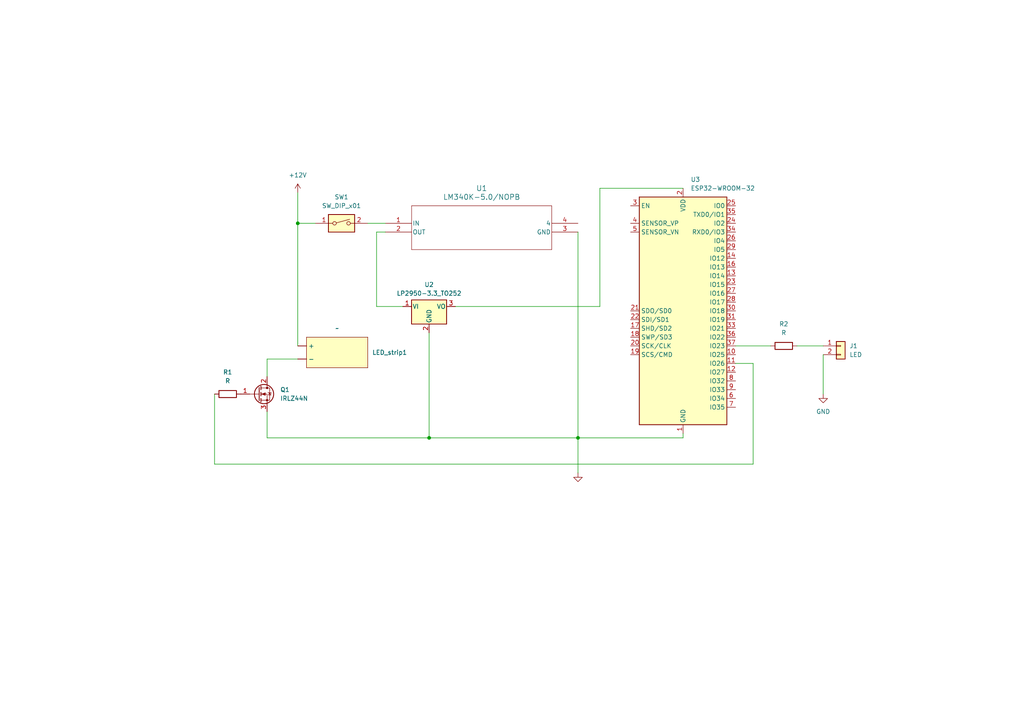
<source format=kicad_sch>
(kicad_sch (version 20230121) (generator eeschema)
  (paper "A4")
  (lib_symbols
    (symbol "Connector_Generic:Conn_01x02" (pin_names (offset 1.016) hide)
      (property "Reference" "J" (at 0 2.54 0))
      (property "Value" "Conn_01x02" (at 0 -5.08 0))
      (symbol "Conn_01x02_1_1"
        (rectangle (start -1.27 -2.413) (end 0 -2.667) (stroke (width 0.1524)))
        (rectangle (start -1.27 0.127) (end 0 -0.127) (stroke (width 0.1524)))
        (rectangle (start -1.27 1.27) (end 1.27 -3.81) (stroke (width 0.254)) (fill (type background)))
        (pin passive line (at -5.08 0 0) (length 3.81) (name "Pin_1") (number "1"))
        (pin passive line (at -5.08 -2.54 0) (length 3.81) (name "Pin_2") (number "2"))
      )
    )
    (symbol "Device:R" (pin_numbers hide) (pin_names (offset 0))
      (property "Reference" "R" (at 2.032 0 90))
      (property "Value" "R" (at 0 0 90))
      (symbol "R_0_1"
        (rectangle (start -1.016 -2.54) (end 1.016 2.54) (stroke (width 0.254)))
      )
      (symbol "R_1_1"
        (pin passive line (at 0 3.81 270) (length 1.27) (name "~") (number "1"))
        (pin passive line (at 0 -3.81 90) (length 1.27) (name "~") (number "2"))
      )
    )
    (symbol "LED_strip:LED_strip"
      (property "Reference" "LED_strip" (at 0 0 0))
      (symbol "LED_strip_1_1"
        (rectangle (start -8.89 -2.54) (end 8.89 -11.43) (fill (type background)))
        (pin input line (at -11.43 -5.08 0) (length 2.54) (name "+") (number ""))
        (pin passive line (at -11.43 -8.89 0) (length 2.54) (name "-") (number ""))
      )
    )
    (symbol "LM340K_5:LM340K-5.0_NOPB" (pin_names (offset 0.254))
      (property "Reference" "U" (at 27.94 10.16 0))
      (property "Value" "LM340K-5.0/NOPB" (at 27.94 7.62 0))
      (symbol "LM340K-5.0_NOPB_1_1"
        (polyline (pts (xy 7.62 -7.62) (xy 48.26 -7.62)) (stroke (width 0.127)))
        (polyline (pts (xy 7.62 5.08) (xy 7.62 -7.62)) (stroke (width 0.127)))
        (polyline (pts (xy 48.26 -7.62) (xy 48.26 5.08)) (stroke (width 0.127)))
        (polyline (pts (xy 48.26 5.08) (xy 7.62 5.08)) (stroke (width 0.127)))
        (pin power_in line (at 0 0 0) (length 7.62) (name "IN") (number "1"))
        (pin power_in line (at 0 -2.54 0) (length 7.62) (name "OUT") (number "2"))
        (pin power_in line (at 55.88 -2.54 180) (length 7.62) (name "GND") (number "3"))
        (pin unspecified line (at 55.88 0 180) (length 7.62) (name "4") (number "4"))
      )
    )
    (symbol "RF_Module:ESP32-WROOM-32"
      (property "Reference" "U" (at -12.7 34.29 0))
      (property "Value" "ESP32-WROOM-32" (at 1.27 34.29 0))
      (symbol "ESP32-WROOM-32_0_1"
        (rectangle (start -12.7 33.02) (end 12.7 -33.02) (stroke (width 0.254)) (fill (type background)))
      )
      (symbol "ESP32-WROOM-32_1_1"
        (pin power_in line (at 0 -35.56 90) (length 2.54) (name "GND") (number "1"))
        (pin bidirectional line (at 15.24 -12.7 180) (length 2.54) (name "IO25") (number "10"))
        (pin bidirectional line (at 15.24 -15.24 180) (length 2.54) (name "IO26") (number "11"))
        (pin bidirectional line (at 15.24 -17.78 180) (length 2.54) (name "IO27") (number "12"))
        (pin bidirectional line (at 15.24 10.16 180) (length 2.54) (name "IO14") (number "13"))
        (pin bidirectional line (at 15.24 15.24 180) (length 2.54) (name "IO12") (number "14"))
        (pin passive line (at 0 -35.56 90) (length 2.54) hide (name "GND") (number "15"))
        (pin bidirectional line (at 15.24 12.7 180) (length 2.54) (name "IO13") (number "16"))
        (pin bidirectional line (at -15.24 -5.08 0) (length 2.54) (name "SHD/SD2") (number "17"))
        (pin bidirectional line (at -15.24 -7.62 0) (length 2.54) (name "SWP/SD3") (number "18"))
        (pin bidirectional line (at -15.24 -12.7 0) (length 2.54) (name "SCS/CMD") (number "19"))
        (pin power_in line (at 0 35.56 270) (length 2.54) (name "VDD") (number "2"))
        (pin bidirectional line (at -15.24 -10.16 0) (length 2.54) (name "SCK/CLK") (number "20"))
        (pin bidirectional line (at -15.24 0 0) (length 2.54) (name "SDO/SD0") (number "21"))
        (pin bidirectional line (at -15.24 -2.54 0) (length 2.54) (name "SDI/SD1") (number "22"))
        (pin bidirectional line (at 15.24 7.62 180) (length 2.54) (name "IO15") (number "23"))
        (pin bidirectional line (at 15.24 25.4 180) (length 2.54) (name "IO2") (number "24"))
        (pin bidirectional line (at 15.24 30.48 180) (length 2.54) (name "IO0") (number "25"))
        (pin bidirectional line (at 15.24 20.32 180) (length 2.54) (name "IO4") (number "26"))
        (pin bidirectional line (at 15.24 5.08 180) (length 2.54) (name "IO16") (number "27"))
        (pin bidirectional line (at 15.24 2.54 180) (length 2.54) (name "IO17") (number "28"))
        (pin bidirectional line (at 15.24 17.78 180) (length 2.54) (name "IO5") (number "29"))
        (pin input line (at -15.24 30.48 0) (length 2.54) (name "EN") (number "3"))
        (pin bidirectional line (at 15.24 0 180) (length 2.54) (name "IO18") (number "30"))
        (pin bidirectional line (at 15.24 -2.54 180) (length 2.54) (name "IO19") (number "31"))
        (pin no_connect line (at -12.7 -27.94 0) (length 2.54) hide (name "NC") (number "32"))
        (pin bidirectional line (at 15.24 -5.08 180) (length 2.54) (name "IO21") (number "33"))
        (pin bidirectional line (at 15.24 22.86 180) (length 2.54) (name "RXD0/IO3") (number "34"))
        (pin bidirectional line (at 15.24 27.94 180) (length 2.54) (name "TXD0/IO1") (number "35"))
        (pin bidirectional line (at 15.24 -7.62 180) (length 2.54) (name "IO22") (number "36"))
        (pin bidirectional line (at 15.24 -10.16 180) (length 2.54) (name "IO23") (number "37"))
        (pin passive line (at 0 -35.56 90) (length 2.54) hide (name "GND") (number "38"))
        (pin passive line (at 0 -35.56 90) (length 2.54) hide (name "GND") (number "39"))
        (pin input line (at -15.24 25.4 0) (length 2.54) (name "SENSOR_VP") (number "4"))
        (pin input line (at -15.24 22.86 0) (length 2.54) (name "SENSOR_VN") (number "5"))
        (pin input line (at 15.24 -25.4 180) (length 2.54) (name "IO34") (number "6"))
        (pin input line (at 15.24 -27.94 180) (length 2.54) (name "IO35") (number "7"))
        (pin bidirectional line (at 15.24 -20.32 180) (length 2.54) (name "IO32") (number "8"))
        (pin bidirectional line (at 15.24 -22.86 180) (length 2.54) (name "IO33") (number "9"))
      )
    )
    (symbol "Regulator_Linear:LP2950-3.3_TO252" (pin_names (offset 0.254))
      (property "Reference" "U" (at -3.81 3.175 0))
      (property "Value" "LP2950-3.3_TO252" (at 0 3.175 0))
      (symbol "LP2950-3.3_TO252_0_1"
        (rectangle (start -5.08 1.905) (end 5.08 -5.08) (stroke (width 0.254)) (fill (type background)))
      )
      (symbol "LP2950-3.3_TO252_1_1"
        (pin power_in line (at -7.62 0 0) (length 2.54) (name "VI") (number "1"))
        (pin power_in line (at 0 -7.62 90) (length 2.54) (name "GND") (number "2"))
        (pin power_out line (at 7.62 0 180) (length 2.54) (name "VO") (number "3"))
      )
    )
    (symbol "Switch:SW_DIP_x01" (pin_names (offset 0) hide)
      (property "Reference" "SW" (at 0 3.81 0))
      (property "Value" "SW_DIP_x01" (at 0 -3.81 0))
      (symbol "SW_DIP_x01_0_0"
        (circle (center -2.032 0) (radius 0.508))
        (polyline (pts (xy -1.524 0.127) (xy 2.3622 1.1684)))
        (circle (center 2.032 0) (radius 0.508))
      )
      (symbol "SW_DIP_x01_0_1"
        (rectangle (start -3.81 2.54) (end 3.81 -2.54) (stroke (width 0.254)) (fill (type background)))
      )
      (symbol "SW_DIP_x01_1_1"
        (pin passive line (at -7.62 0 0) (length 5.08) (name "~") (number "1"))
        (pin passive line (at 7.62 0 180) (length 5.08) (name "~") (number "2"))
      )
    )
    (symbol "Transistor_FET:IRLZ44N" (pin_names hide)
      (property "Reference" "Q" (at 5.08 1.905 0))
      (property "Value" "IRLZ44N" (at 5.08 0 0))
      (symbol "IRLZ44N_0_1"
        (polyline (pts (xy 0.254 0) (xy -2.54 0)))
        (polyline (pts (xy 0.254 1.905) (xy 0.254 -1.905)) (stroke (width 0.254)))
        (polyline (pts (xy 0.762 -1.27) (xy 0.762 -2.286)) (stroke (width 0.254)))
        (polyline (pts (xy 0.762 0.508) (xy 0.762 -0.508)) (stroke (width 0.254)))
        (polyline (pts (xy 0.762 2.286) (xy 0.762 1.27)) (stroke (width 0.254)))
        (polyline (pts (xy 2.54 2.54) (xy 2.54 1.778)))
        (polyline (pts (xy 2.54 -2.54) (xy 2.54 0) (xy 0.762 0)))
        (polyline (pts (xy 0.762 -1.778) (xy 3.302 -1.778) (xy 3.302 1.778) (xy 0.762 1.778)))
        (polyline (pts (xy 1.016 0) (xy 2.032 0.381) (xy 2.032 -0.381) (xy 1.016 0)) (fill (type outline)))
        (polyline (pts (xy 2.794 0.508) (xy 2.921 0.381) (xy 3.683 0.381) (xy 3.81 0.254)))
        (polyline (pts (xy 3.302 0.381) (xy 2.921 -0.254) (xy 3.683 -0.254) (xy 3.302 0.381)))
        (circle (center 1.651 0) (radius 2.794) (stroke (width 0.254)))
        (circle (center 2.54 -1.778) (radius 0.254) (fill (type outline)))
        (circle (center 2.54 1.778) (radius 0.254) (fill (type outline)))
      )
      (symbol "IRLZ44N_1_1"
        (pin input line (at -5.08 0 0) (length 2.54) (name "G") (number "1"))
        (pin passive line (at 2.54 5.08 270) (length 2.54) (name "D") (number "2"))
        (pin passive line (at 2.54 -5.08 90) (length 2.54) (name "S") (number "3"))
      )
    )
    (symbol "power:+12V" (power) (pin_names (offset 0))
      (property "Value" "+12V" (at 0 3.556 0))
      (symbol "+12V_0_1"
        (polyline (pts (xy -0.762 1.27) (xy 0 2.54)))
        (polyline (pts (xy 0 0) (xy 0 2.54)))
        (polyline (pts (xy 0 2.54) (xy 0.762 1.27)))
      )
      (symbol "+12V_1_1"
        (pin power_in line (at 0 0 90) (length 0) hide (name "+12V") (number "1"))
      )
    )
    (symbol "power:GND" (power) (pin_names (offset 0))
      (property "Value" "GND" (at 0 -3.81 0))
      (symbol "GND_0_1"
        (polyline (pts (xy 0 0) (xy 0 -1.27) (xy 1.27 -1.27) (xy 0 -2.54) (xy -1.27 -1.27) (xy 0 -1.27)))
      )
      (symbol "GND_1_1"
        (pin power_in line (at 0 0 270) (length 0) hide (name "GND") (number "1"))
      )
    )
  )
  (junction (at 124.46 127))
  (junction (at 86.36 64.77))
  (junction (at 167.64 127))
  (wire (pts (xy 62.23 134.62) (xy 218.44 134.62)))
  (wire (pts (xy 124.46 127) (xy 167.64 127)))
  (wire (pts (xy 198.12 127) (xy 198.12 125.73)))
  (wire (pts (xy 167.64 127) (xy 198.12 127)))
  (wire (pts (xy 124.46 96.52) (xy 124.46 127)))
  (wire (pts (xy 213.36 100.33) (xy 223.52 100.33)))
  (wire (pts (xy 167.64 137.16) (xy 167.64 127)))
  (wire (pts (xy 218.44 134.62) (xy 218.44 105.41)))
  (wire (pts (xy 231.14 100.33) (xy 238.76 100.33)))
  (wire (pts (xy 77.47 104.14) (xy 86.36 104.14)))
  (wire (pts (xy 111.76 67.31) (xy 109.22 67.31)))
  (wire (pts (xy 109.22 88.9) (xy 116.84 88.9)))
  (wire (pts (xy 77.47 109.22) (xy 77.47 104.14)))
  (wire (pts (xy 173.99 88.9) (xy 132.08 88.9)))
  (wire (pts (xy 77.47 119.38) (xy 77.47 127)))
  (wire (pts (xy 86.36 64.77) (xy 86.36 100.33)))
  (wire (pts (xy 86.36 55.88) (xy 86.36 64.77)))
  (wire (pts (xy 218.44 105.41) (xy 213.36 105.41)))
  (wire (pts (xy 238.76 102.87) (xy 238.76 114.3)))
  (wire (pts (xy 77.47 127) (xy 124.46 127)))
  (wire (pts (xy 62.23 114.3) (xy 62.23 134.62)))
  (wire (pts (xy 106.68 64.77) (xy 111.76 64.77)))
  (wire (pts (xy 109.22 67.31) (xy 109.22 88.9)))
  (wire (pts (xy 198.12 54.61) (xy 173.99 54.61)))
  (wire (pts (xy 167.64 67.31) (xy 167.64 127)))
  (wire (pts (xy 86.36 64.77) (xy 91.44 64.77)))
  (wire (pts (xy 173.99 54.61) (xy 173.99 88.9)))
  (symbol (lib_id "LED_strip:LED_strip") (at 97.79 95.25 0) (unit 1)
    (property "Reference" "LED_strip1" (at 107.95 102.235 0) (effects (justify left)))
    (property "Value" "~" (at 97.79 95.25 0))
    (property "Footprint" "Connector_Molex:Molex_KK-254_AE-6410-02A_1x02_P2.54mm_Vertical" (effects hide))
  )
  (symbol (lib_id "Device:R") (at 66.04 114.3 90) (unit 1)
    (property "Reference" "R1" (at 66.04 107.95 90))
    (property "Value" "R" (at 66.04 110.49 90))
    (property "Footprint" "Resistor_SMD:R_0805_2012Metric_Pad1.20x1.40mm_HandSolder" (effects hide))
  )
  (symbol (lib_id "RF_Module:ESP32-WROOM-32") (at 198.12 90.17 0) (unit 1)
    (property "Reference" "U3" (at 200.3141 52.07 0) (effects (justify left)))
    (property "Value" "ESP32-WROOM-32" (at 200.3141 54.61 0) (effects (justify left)))
    (property "Footprint" "RF_Module:ESP32-WROOM-32" (effects hide))
    (property "Datasheet" "https://www.espressif.com/sites/default/files/documentation/esp32-wroom-32_datasheet_en.pdf" (effects hide))
  )
  (symbol (lib_id "Transistor_FET:IRLZ44N") (at 74.93 114.3 0) (unit 1)
    (property "Reference" "Q1" (at 81.28 113.03 0) (effects (justify left)))
    (property "Value" "IRLZ44N" (at 81.28 115.57 0) (effects (justify left)))
    (property "Footprint" "Package_TO_SOT_THT:TO-220-3_Vertical" (effects hide))
    (property "Datasheet" "http://www.irf.com/product-info/datasheets/data/irlz44n.pdf" (effects hide))
  )
  (symbol (lib_id "LM340K_5:LM340K-5.0_NOPB") (at 111.76 64.77 0) (unit 1)
    (property "Reference" "U1" (at 139.7 54.61 0) (effects (font (size 1.524 1.524))))
    (property "Value" "LM340K-5.0/NOPB" (at 139.7 57.15 0) (effects (font (size 1.524 1.524))))
    (property "Footprint" "footprints:LM340K-5.0&slash_NOPB" (effects hide))
    (property "Datasheet" "LM340K-5.0/NOPB" (effects hide))
  )
  (symbol (lib_id "Switch:SW_DIP_x01") (at 99.06 64.77 0) (unit 1)
    (property "Reference" "SW1" (at 99.06 57.15 0))
    (property "Value" "SW_DIP_x01" (at 99.06 59.69 0))
    (property "Footprint" "Button_Switch_THT:SW_DIP_SPSTx01_Slide_9.78x4.72mm_W7.62mm_P2.54mm" (effects hide))
  )
  (symbol (lib_id "Connector_Generic:Conn_01x02") (at 243.84 100.33 0) (unit 1)
    (property "Reference" "J1" (at 246.38 100.33 0) (effects (justify left)))
    (property "Value" "LED" (at 246.38 102.87 0) (effects (justify left)))
    (property "Footprint" "Connector_Molex:Molex_KK-254_AE-6410-02A_1x02_P2.54mm_Vertical" (effects hide))
  )
  (symbol (lib_id "power:+12V") (at 86.36 55.88 0) (unit 1)
    (property "Reference" "#PWR01" (effects hide))
    (property "Value" "+12V" (at 86.36 50.8 0))
  )
  (symbol (lib_id "power:GND") (at 167.64 137.16 0) (unit 1)
    (property "Reference" "#PWR02" (effects hide))
    (property "Value" "GND" (effects hide))
  )
  (symbol (lib_id "Regulator_Linear:LP2950-3.3_TO252") (at 124.46 88.9 0) (unit 1)
    (property "Reference" "U2" (at 124.46 82.55 0))
    (property "Value" "LP2950-3.3_TO252" (at 124.46 85.09 0))
    (property "Footprint" "Package_TO_SOT_SMD:TO-252-2" (effects hide))
    (property "Datasheet" "http://www.ti.com/lit/ds/symlink/lp2950.pdf" (effects hide))
  )
  (symbol (lib_id "Device:R") (at 227.33 100.33 90) (unit 1)
    (property "Reference" "R2" (at 227.33 93.98 90))
    (property "Value" "R" (at 227.33 96.52 90))
    (property "Footprint" "Resistor_SMD:R_0805_2012Metric_Pad1.20x1.40mm_HandSolder" (effects hide))
  )
  (symbol (lib_id "power:GND") (at 238.76 114.3 0) (unit 1)
    (property "Reference" "#PWR05" (effects hide))
    (property "Value" "GND" (at 238.76 119.38 0))
  )
)
</source>
